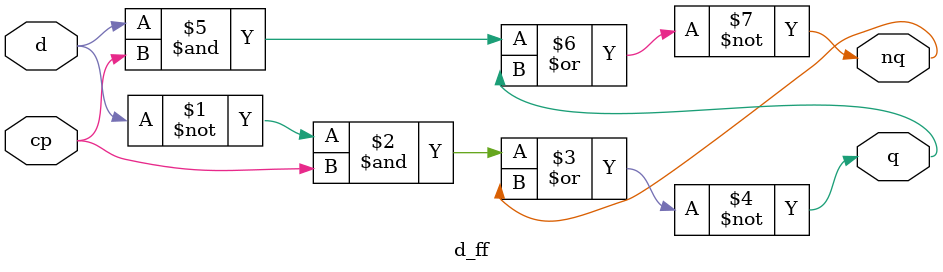
<source format=v>
`timescale 1ns / 1ps

module d_ff(
input cp, d,
output q,nq
    );
assign q=~((~d&cp)|nq);
assign nq=~((d&cp)|q);
endmodule

</source>
